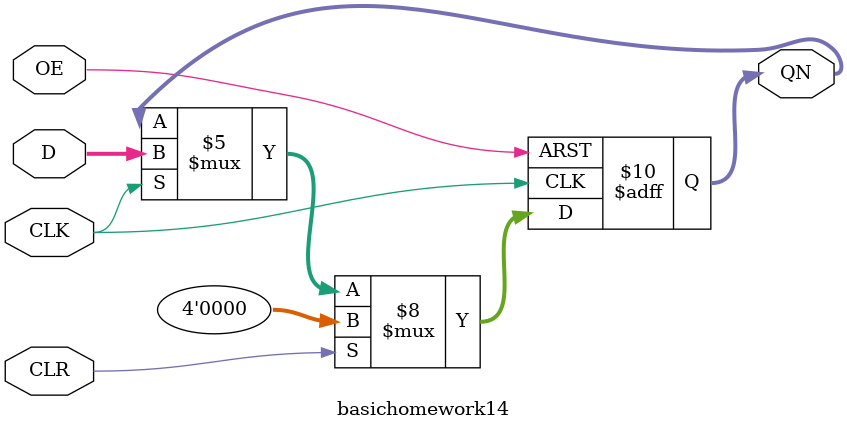
<source format=v>
`timescale 1ns / 1ps
module basichomework14(OE,CLR,CLK,D,QN
    );
	input OE,CLR,CLK;
	input [3:0] D;
	output reg [3:0] QN;
	
	always @ (posedge CLK or posedge OE)
		begin
			if(OE==1)
				begin
					QN<=4'bzzzz;
				end
			else//OE==0
				begin
					if(CLR==1)
						begin
							QN<=0;
						end
					else if(CLK==1)//CLR==0
						begin
							QN<=D;
						end
					else
						begin
							;
						end
				end
		end

endmodule

</source>
